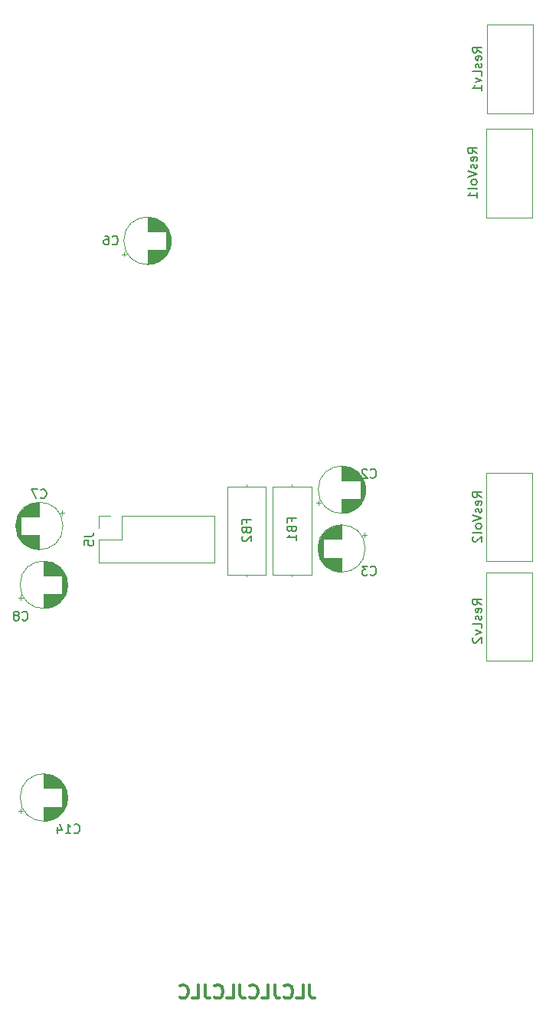
<source format=gbo>
G04 #@! TF.GenerationSoftware,KiCad,Pcbnew,(6.0.0)*
G04 #@! TF.CreationDate,2022-04-04T19:52:15+01:00*
G04 #@! TF.ProjectId,MS20-VCF,4d533230-2d56-4434-962e-6b696361645f,rev?*
G04 #@! TF.SameCoordinates,Original*
G04 #@! TF.FileFunction,Legend,Bot*
G04 #@! TF.FilePolarity,Positive*
%FSLAX46Y46*%
G04 Gerber Fmt 4.6, Leading zero omitted, Abs format (unit mm)*
G04 Created by KiCad (PCBNEW (6.0.0)) date 2022-04-04 19:52:15*
%MOMM*%
%LPD*%
G01*
G04 APERTURE LIST*
%ADD10C,0.300000*%
%ADD11C,0.150000*%
%ADD12C,0.120000*%
%ADD13C,1.600000*%
%ADD14R,1.600000X1.600000*%
%ADD15O,1.600000X1.600000*%
%ADD16R,1.700000X1.700000*%
%ADD17O,1.700000X1.700000*%
%ADD18R,1.500000X1.050000*%
%ADD19O,1.500000X1.050000*%
%ADD20C,2.000000*%
%ADD21O,2.000000X2.000000*%
%ADD22C,1.440000*%
G04 APERTURE END LIST*
D10*
X63928571Y-143678571D02*
X63928571Y-144750000D01*
X64000000Y-144964285D01*
X64142857Y-145107142D01*
X64357142Y-145178571D01*
X64500000Y-145178571D01*
X62500000Y-145178571D02*
X63214285Y-145178571D01*
X63214285Y-143678571D01*
X61142857Y-145035714D02*
X61214285Y-145107142D01*
X61428571Y-145178571D01*
X61571428Y-145178571D01*
X61785714Y-145107142D01*
X61928571Y-144964285D01*
X62000000Y-144821428D01*
X62071428Y-144535714D01*
X62071428Y-144321428D01*
X62000000Y-144035714D01*
X61928571Y-143892857D01*
X61785714Y-143750000D01*
X61571428Y-143678571D01*
X61428571Y-143678571D01*
X61214285Y-143750000D01*
X61142857Y-143821428D01*
X60071428Y-143678571D02*
X60071428Y-144750000D01*
X60142857Y-144964285D01*
X60285714Y-145107142D01*
X60500000Y-145178571D01*
X60642857Y-145178571D01*
X58642857Y-145178571D02*
X59357142Y-145178571D01*
X59357142Y-143678571D01*
X57285714Y-145035714D02*
X57357142Y-145107142D01*
X57571428Y-145178571D01*
X57714285Y-145178571D01*
X57928571Y-145107142D01*
X58071428Y-144964285D01*
X58142857Y-144821428D01*
X58214285Y-144535714D01*
X58214285Y-144321428D01*
X58142857Y-144035714D01*
X58071428Y-143892857D01*
X57928571Y-143750000D01*
X57714285Y-143678571D01*
X57571428Y-143678571D01*
X57357142Y-143750000D01*
X57285714Y-143821428D01*
X56214285Y-143678571D02*
X56214285Y-144750000D01*
X56285714Y-144964285D01*
X56428571Y-145107142D01*
X56642857Y-145178571D01*
X56785714Y-145178571D01*
X54785714Y-145178571D02*
X55499999Y-145178571D01*
X55499999Y-143678571D01*
X53428571Y-145035714D02*
X53499999Y-145107142D01*
X53714285Y-145178571D01*
X53857142Y-145178571D01*
X54071428Y-145107142D01*
X54214285Y-144964285D01*
X54285714Y-144821428D01*
X54357142Y-144535714D01*
X54357142Y-144321428D01*
X54285714Y-144035714D01*
X54214285Y-143892857D01*
X54071428Y-143750000D01*
X53857142Y-143678571D01*
X53714285Y-143678571D01*
X53499999Y-143750000D01*
X53428571Y-143821428D01*
X52357142Y-143678571D02*
X52357142Y-144750000D01*
X52428571Y-144964285D01*
X52571428Y-145107142D01*
X52785714Y-145178571D01*
X52928571Y-145178571D01*
X50928571Y-145178571D02*
X51642857Y-145178571D01*
X51642857Y-143678571D01*
X49571428Y-145035714D02*
X49642857Y-145107142D01*
X49857142Y-145178571D01*
X49999999Y-145178571D01*
X50214285Y-145107142D01*
X50357142Y-144964285D01*
X50428571Y-144821428D01*
X50499999Y-144535714D01*
X50499999Y-144321428D01*
X50428571Y-144035714D01*
X50357142Y-143892857D01*
X50214285Y-143750000D01*
X49999999Y-143678571D01*
X49857142Y-143678571D01*
X49642857Y-143750000D01*
X49571428Y-143821428D01*
D11*
X70666666Y-87607142D02*
X70714285Y-87654761D01*
X70857142Y-87702380D01*
X70952380Y-87702380D01*
X71095238Y-87654761D01*
X71190476Y-87559523D01*
X71238095Y-87464285D01*
X71285714Y-87273809D01*
X71285714Y-87130952D01*
X71238095Y-86940476D01*
X71190476Y-86845238D01*
X71095238Y-86750000D01*
X70952380Y-86702380D01*
X70857142Y-86702380D01*
X70714285Y-86750000D01*
X70666666Y-86797619D01*
X70285714Y-86797619D02*
X70238095Y-86750000D01*
X70142857Y-86702380D01*
X69904761Y-86702380D01*
X69809523Y-86750000D01*
X69761904Y-86797619D01*
X69714285Y-86892857D01*
X69714285Y-86988095D01*
X69761904Y-87130952D01*
X70333333Y-87702380D01*
X69714285Y-87702380D01*
X70666666Y-98357142D02*
X70714285Y-98404761D01*
X70857142Y-98452380D01*
X70952380Y-98452380D01*
X71095238Y-98404761D01*
X71190476Y-98309523D01*
X71238095Y-98214285D01*
X71285714Y-98023809D01*
X71285714Y-97880952D01*
X71238095Y-97690476D01*
X71190476Y-97595238D01*
X71095238Y-97500000D01*
X70952380Y-97452380D01*
X70857142Y-97452380D01*
X70714285Y-97500000D01*
X70666666Y-97547619D01*
X70333333Y-97452380D02*
X69714285Y-97452380D01*
X70047619Y-97833333D01*
X69904761Y-97833333D01*
X69809523Y-97880952D01*
X69761904Y-97928571D01*
X69714285Y-98023809D01*
X69714285Y-98261904D01*
X69761904Y-98357142D01*
X69809523Y-98404761D01*
X69904761Y-98452380D01*
X70190476Y-98452380D01*
X70285714Y-98404761D01*
X70333333Y-98357142D01*
X42121778Y-61857142D02*
X42169397Y-61904761D01*
X42312254Y-61952380D01*
X42407492Y-61952380D01*
X42550350Y-61904761D01*
X42645588Y-61809523D01*
X42693207Y-61714285D01*
X42740826Y-61523809D01*
X42740826Y-61380952D01*
X42693207Y-61190476D01*
X42645588Y-61095238D01*
X42550350Y-61000000D01*
X42407492Y-60952380D01*
X42312254Y-60952380D01*
X42169397Y-61000000D01*
X42121778Y-61047619D01*
X41264635Y-60952380D02*
X41455112Y-60952380D01*
X41550350Y-61000000D01*
X41597969Y-61047619D01*
X41693207Y-61190476D01*
X41740826Y-61380952D01*
X41740826Y-61761904D01*
X41693207Y-61857142D01*
X41645588Y-61904761D01*
X41550350Y-61952380D01*
X41359873Y-61952380D01*
X41264635Y-61904761D01*
X41217016Y-61857142D01*
X41169397Y-61761904D01*
X41169397Y-61523809D01*
X41217016Y-61428571D01*
X41264635Y-61380952D01*
X41359873Y-61333333D01*
X41550350Y-61333333D01*
X41645588Y-61380952D01*
X41693207Y-61428571D01*
X41740826Y-61523809D01*
X56928571Y-92666666D02*
X56928571Y-92333333D01*
X57452380Y-92333333D02*
X56452380Y-92333333D01*
X56452380Y-92809523D01*
X56928571Y-93523809D02*
X56976190Y-93666666D01*
X57023809Y-93714285D01*
X57119047Y-93761904D01*
X57261904Y-93761904D01*
X57357142Y-93714285D01*
X57404761Y-93666666D01*
X57452380Y-93571428D01*
X57452380Y-93190476D01*
X56452380Y-93190476D01*
X56452380Y-93523809D01*
X56500000Y-93619047D01*
X56547619Y-93666666D01*
X56642857Y-93714285D01*
X56738095Y-93714285D01*
X56833333Y-93666666D01*
X56880952Y-93619047D01*
X56928571Y-93523809D01*
X56928571Y-93190476D01*
X56547619Y-94142857D02*
X56500000Y-94190476D01*
X56452380Y-94285714D01*
X56452380Y-94523809D01*
X56500000Y-94619047D01*
X56547619Y-94666666D01*
X56642857Y-94714285D01*
X56738095Y-94714285D01*
X56880952Y-94666666D01*
X57452380Y-94095238D01*
X57452380Y-94714285D01*
X39047380Y-94161666D02*
X39761666Y-94161666D01*
X39904523Y-94114047D01*
X39999761Y-94018809D01*
X40047380Y-93875952D01*
X40047380Y-93780714D01*
X39047380Y-95114047D02*
X39047380Y-94637857D01*
X39523571Y-94590238D01*
X39475952Y-94637857D01*
X39428333Y-94733095D01*
X39428333Y-94971190D01*
X39475952Y-95066428D01*
X39523571Y-95114047D01*
X39618809Y-95161666D01*
X39856904Y-95161666D01*
X39952142Y-95114047D01*
X39999761Y-95066428D01*
X40047380Y-94971190D01*
X40047380Y-94733095D01*
X39999761Y-94637857D01*
X39952142Y-94590238D01*
X82952380Y-40714285D02*
X82476190Y-40380952D01*
X82952380Y-40142857D02*
X81952380Y-40142857D01*
X81952380Y-40523809D01*
X82000000Y-40619047D01*
X82047619Y-40666666D01*
X82142857Y-40714285D01*
X82285714Y-40714285D01*
X82380952Y-40666666D01*
X82428571Y-40619047D01*
X82476190Y-40523809D01*
X82476190Y-40142857D01*
X82904761Y-41523809D02*
X82952380Y-41428571D01*
X82952380Y-41238095D01*
X82904761Y-41142857D01*
X82809523Y-41095238D01*
X82428571Y-41095238D01*
X82333333Y-41142857D01*
X82285714Y-41238095D01*
X82285714Y-41428571D01*
X82333333Y-41523809D01*
X82428571Y-41571428D01*
X82523809Y-41571428D01*
X82619047Y-41095238D01*
X82904761Y-41952380D02*
X82952380Y-42047619D01*
X82952380Y-42238095D01*
X82904761Y-42333333D01*
X82809523Y-42380952D01*
X82761904Y-42380952D01*
X82666666Y-42333333D01*
X82619047Y-42238095D01*
X82619047Y-42095238D01*
X82571428Y-42000000D01*
X82476190Y-41952380D01*
X82428571Y-41952380D01*
X82333333Y-42000000D01*
X82285714Y-42095238D01*
X82285714Y-42238095D01*
X82333333Y-42333333D01*
X82952380Y-43285714D02*
X82952380Y-42809523D01*
X81952380Y-42809523D01*
X82285714Y-43523809D02*
X82952380Y-43761904D01*
X82285714Y-44000000D01*
X82952380Y-44904761D02*
X82952380Y-44333333D01*
X82952380Y-44619047D02*
X81952380Y-44619047D01*
X82095238Y-44523809D01*
X82190476Y-44428571D01*
X82238095Y-44333333D01*
X82452380Y-51857142D02*
X81976190Y-51523809D01*
X82452380Y-51285714D02*
X81452380Y-51285714D01*
X81452380Y-51666666D01*
X81500000Y-51761904D01*
X81547619Y-51809523D01*
X81642857Y-51857142D01*
X81785714Y-51857142D01*
X81880952Y-51809523D01*
X81928571Y-51761904D01*
X81976190Y-51666666D01*
X81976190Y-51285714D01*
X82404761Y-52666666D02*
X82452380Y-52571428D01*
X82452380Y-52380952D01*
X82404761Y-52285714D01*
X82309523Y-52238095D01*
X81928571Y-52238095D01*
X81833333Y-52285714D01*
X81785714Y-52380952D01*
X81785714Y-52571428D01*
X81833333Y-52666666D01*
X81928571Y-52714285D01*
X82023809Y-52714285D01*
X82119047Y-52238095D01*
X82404761Y-53095238D02*
X82452380Y-53190476D01*
X82452380Y-53380952D01*
X82404761Y-53476190D01*
X82309523Y-53523809D01*
X82261904Y-53523809D01*
X82166666Y-53476190D01*
X82119047Y-53380952D01*
X82119047Y-53238095D01*
X82071428Y-53142857D01*
X81976190Y-53095238D01*
X81928571Y-53095238D01*
X81833333Y-53142857D01*
X81785714Y-53238095D01*
X81785714Y-53380952D01*
X81833333Y-53476190D01*
X81452380Y-53809523D02*
X82452380Y-54142857D01*
X81452380Y-54476190D01*
X82452380Y-54952380D02*
X82404761Y-54857142D01*
X82357142Y-54809523D01*
X82261904Y-54761904D01*
X81976190Y-54761904D01*
X81880952Y-54809523D01*
X81833333Y-54857142D01*
X81785714Y-54952380D01*
X81785714Y-55095238D01*
X81833333Y-55190476D01*
X81880952Y-55238095D01*
X81976190Y-55285714D01*
X82261904Y-55285714D01*
X82357142Y-55238095D01*
X82404761Y-55190476D01*
X82452380Y-55095238D01*
X82452380Y-54952380D01*
X82452380Y-55857142D02*
X82404761Y-55761904D01*
X82309523Y-55714285D01*
X81452380Y-55714285D01*
X82452380Y-56761904D02*
X82452380Y-56190476D01*
X82452380Y-56476190D02*
X81452380Y-56476190D01*
X81595238Y-56380952D01*
X81690476Y-56285714D01*
X81738095Y-56190476D01*
X37892857Y-126857142D02*
X37940476Y-126904761D01*
X38083333Y-126952380D01*
X38178571Y-126952380D01*
X38321428Y-126904761D01*
X38416666Y-126809523D01*
X38464285Y-126714285D01*
X38511904Y-126523809D01*
X38511904Y-126380952D01*
X38464285Y-126190476D01*
X38416666Y-126095238D01*
X38321428Y-126000000D01*
X38178571Y-125952380D01*
X38083333Y-125952380D01*
X37940476Y-126000000D01*
X37892857Y-126047619D01*
X36940476Y-126952380D02*
X37511904Y-126952380D01*
X37226190Y-126952380D02*
X37226190Y-125952380D01*
X37321428Y-126095238D01*
X37416666Y-126190476D01*
X37511904Y-126238095D01*
X36083333Y-126285714D02*
X36083333Y-126952380D01*
X36321428Y-125904761D02*
X36559523Y-126619047D01*
X35940476Y-126619047D01*
X61928571Y-92516666D02*
X61928571Y-92183333D01*
X62452380Y-92183333D02*
X61452380Y-92183333D01*
X61452380Y-92659523D01*
X61928571Y-93373809D02*
X61976190Y-93516666D01*
X62023809Y-93564285D01*
X62119047Y-93611904D01*
X62261904Y-93611904D01*
X62357142Y-93564285D01*
X62404761Y-93516666D01*
X62452380Y-93421428D01*
X62452380Y-93040476D01*
X61452380Y-93040476D01*
X61452380Y-93373809D01*
X61500000Y-93469047D01*
X61547619Y-93516666D01*
X61642857Y-93564285D01*
X61738095Y-93564285D01*
X61833333Y-93516666D01*
X61880952Y-93469047D01*
X61928571Y-93373809D01*
X61928571Y-93040476D01*
X62452380Y-94564285D02*
X62452380Y-93992857D01*
X62452380Y-94278571D02*
X61452380Y-94278571D01*
X61595238Y-94183333D01*
X61690476Y-94088095D01*
X61738095Y-93992857D01*
X82952380Y-101714285D02*
X82476190Y-101380952D01*
X82952380Y-101142857D02*
X81952380Y-101142857D01*
X81952380Y-101523809D01*
X82000000Y-101619047D01*
X82047619Y-101666666D01*
X82142857Y-101714285D01*
X82285714Y-101714285D01*
X82380952Y-101666666D01*
X82428571Y-101619047D01*
X82476190Y-101523809D01*
X82476190Y-101142857D01*
X82904761Y-102523809D02*
X82952380Y-102428571D01*
X82952380Y-102238095D01*
X82904761Y-102142857D01*
X82809523Y-102095238D01*
X82428571Y-102095238D01*
X82333333Y-102142857D01*
X82285714Y-102238095D01*
X82285714Y-102428571D01*
X82333333Y-102523809D01*
X82428571Y-102571428D01*
X82523809Y-102571428D01*
X82619047Y-102095238D01*
X82904761Y-102952380D02*
X82952380Y-103047619D01*
X82952380Y-103238095D01*
X82904761Y-103333333D01*
X82809523Y-103380952D01*
X82761904Y-103380952D01*
X82666666Y-103333333D01*
X82619047Y-103238095D01*
X82619047Y-103095238D01*
X82571428Y-103000000D01*
X82476190Y-102952380D01*
X82428571Y-102952380D01*
X82333333Y-103000000D01*
X82285714Y-103095238D01*
X82285714Y-103238095D01*
X82333333Y-103333333D01*
X82952380Y-104285714D02*
X82952380Y-103809523D01*
X81952380Y-103809523D01*
X82285714Y-104523809D02*
X82952380Y-104761904D01*
X82285714Y-105000000D01*
X82047619Y-105333333D02*
X82000000Y-105380952D01*
X81952380Y-105476190D01*
X81952380Y-105714285D01*
X82000000Y-105809523D01*
X82047619Y-105857142D01*
X82142857Y-105904761D01*
X82238095Y-105904761D01*
X82380952Y-105857142D01*
X82952380Y-105285714D01*
X82952380Y-105904761D01*
X82952380Y-89857142D02*
X82476190Y-89523809D01*
X82952380Y-89285714D02*
X81952380Y-89285714D01*
X81952380Y-89666666D01*
X82000000Y-89761904D01*
X82047619Y-89809523D01*
X82142857Y-89857142D01*
X82285714Y-89857142D01*
X82380952Y-89809523D01*
X82428571Y-89761904D01*
X82476190Y-89666666D01*
X82476190Y-89285714D01*
X82904761Y-90666666D02*
X82952380Y-90571428D01*
X82952380Y-90380952D01*
X82904761Y-90285714D01*
X82809523Y-90238095D01*
X82428571Y-90238095D01*
X82333333Y-90285714D01*
X82285714Y-90380952D01*
X82285714Y-90571428D01*
X82333333Y-90666666D01*
X82428571Y-90714285D01*
X82523809Y-90714285D01*
X82619047Y-90238095D01*
X82904761Y-91095238D02*
X82952380Y-91190476D01*
X82952380Y-91380952D01*
X82904761Y-91476190D01*
X82809523Y-91523809D01*
X82761904Y-91523809D01*
X82666666Y-91476190D01*
X82619047Y-91380952D01*
X82619047Y-91238095D01*
X82571428Y-91142857D01*
X82476190Y-91095238D01*
X82428571Y-91095238D01*
X82333333Y-91142857D01*
X82285714Y-91238095D01*
X82285714Y-91380952D01*
X82333333Y-91476190D01*
X81952380Y-91809523D02*
X82952380Y-92142857D01*
X81952380Y-92476190D01*
X82952380Y-92952380D02*
X82904761Y-92857142D01*
X82857142Y-92809523D01*
X82761904Y-92761904D01*
X82476190Y-92761904D01*
X82380952Y-92809523D01*
X82333333Y-92857142D01*
X82285714Y-92952380D01*
X82285714Y-93095238D01*
X82333333Y-93190476D01*
X82380952Y-93238095D01*
X82476190Y-93285714D01*
X82761904Y-93285714D01*
X82857142Y-93238095D01*
X82904761Y-93190476D01*
X82952380Y-93095238D01*
X82952380Y-92952380D01*
X82952380Y-93857142D02*
X82904761Y-93761904D01*
X82809523Y-93714285D01*
X81952380Y-93714285D01*
X82047619Y-94190476D02*
X82000000Y-94238095D01*
X81952380Y-94333333D01*
X81952380Y-94571428D01*
X82000000Y-94666666D01*
X82047619Y-94714285D01*
X82142857Y-94761904D01*
X82238095Y-94761904D01*
X82380952Y-94714285D01*
X82952380Y-94142857D01*
X82952380Y-94761904D01*
X32166666Y-103357142D02*
X32214285Y-103404761D01*
X32357142Y-103452380D01*
X32452380Y-103452380D01*
X32595238Y-103404761D01*
X32690476Y-103309523D01*
X32738095Y-103214285D01*
X32785714Y-103023809D01*
X32785714Y-102880952D01*
X32738095Y-102690476D01*
X32690476Y-102595238D01*
X32595238Y-102500000D01*
X32452380Y-102452380D01*
X32357142Y-102452380D01*
X32214285Y-102500000D01*
X32166666Y-102547619D01*
X31595238Y-102880952D02*
X31690476Y-102833333D01*
X31738095Y-102785714D01*
X31785714Y-102690476D01*
X31785714Y-102642857D01*
X31738095Y-102547619D01*
X31690476Y-102500000D01*
X31595238Y-102452380D01*
X31404761Y-102452380D01*
X31309523Y-102500000D01*
X31261904Y-102547619D01*
X31214285Y-102642857D01*
X31214285Y-102690476D01*
X31261904Y-102785714D01*
X31309523Y-102833333D01*
X31404761Y-102880952D01*
X31595238Y-102880952D01*
X31690476Y-102928571D01*
X31738095Y-102976190D01*
X31785714Y-103071428D01*
X31785714Y-103261904D01*
X31738095Y-103357142D01*
X31690476Y-103404761D01*
X31595238Y-103452380D01*
X31404761Y-103452380D01*
X31309523Y-103404761D01*
X31261904Y-103357142D01*
X31214285Y-103261904D01*
X31214285Y-103071428D01*
X31261904Y-102976190D01*
X31309523Y-102928571D01*
X31404761Y-102880952D01*
X34211554Y-89857142D02*
X34259173Y-89904761D01*
X34402030Y-89952380D01*
X34497268Y-89952380D01*
X34640126Y-89904761D01*
X34735364Y-89809523D01*
X34782983Y-89714285D01*
X34830602Y-89523809D01*
X34830602Y-89380952D01*
X34782983Y-89190476D01*
X34735364Y-89095238D01*
X34640126Y-89000000D01*
X34497268Y-88952380D01*
X34402030Y-88952380D01*
X34259173Y-89000000D01*
X34211554Y-89047619D01*
X33878221Y-88952380D02*
X33211554Y-88952380D01*
X33640126Y-89952380D01*
D12*
X68661000Y-91310000D02*
X68661000Y-90040000D01*
X68621000Y-91329000D02*
X68621000Y-90040000D01*
X67580000Y-87960000D02*
X67580000Y-86421000D01*
X68221000Y-87960000D02*
X68221000Y-86520000D01*
X70021000Y-89677000D02*
X70021000Y-88323000D01*
X69061000Y-91065000D02*
X69061000Y-90040000D01*
X69021000Y-91095000D02*
X69021000Y-90040000D01*
X68661000Y-87960000D02*
X68661000Y-86690000D01*
X68100000Y-87960000D02*
X68100000Y-86489000D01*
X69981000Y-89805000D02*
X69981000Y-88195000D01*
X69861000Y-90098000D02*
X69861000Y-87902000D01*
X69941000Y-89915000D02*
X69941000Y-88085000D01*
X67820000Y-87960000D02*
X67820000Y-86439000D01*
X67500000Y-91580000D02*
X67500000Y-90040000D01*
X69341000Y-90826000D02*
X69341000Y-90040000D01*
X69101000Y-87960000D02*
X69101000Y-86965000D01*
X64945225Y-90725000D02*
X64945225Y-90225000D01*
X68381000Y-91428000D02*
X68381000Y-90040000D01*
X68941000Y-87960000D02*
X68941000Y-86851000D01*
X67620000Y-91578000D02*
X67620000Y-90040000D01*
X67740000Y-87960000D02*
X67740000Y-86431000D01*
X69701000Y-90383000D02*
X69701000Y-87617000D01*
X68461000Y-87960000D02*
X68461000Y-86602000D01*
X68741000Y-87960000D02*
X68741000Y-86732000D01*
X68901000Y-91175000D02*
X68901000Y-90040000D01*
X68100000Y-91511000D02*
X68100000Y-90040000D01*
X67820000Y-91561000D02*
X67820000Y-90040000D01*
X68020000Y-91528000D02*
X68020000Y-90040000D01*
X68301000Y-87960000D02*
X68301000Y-86545000D01*
X68501000Y-91382000D02*
X68501000Y-90040000D01*
X68541000Y-91365000D02*
X68541000Y-90040000D01*
X68701000Y-91290000D02*
X68701000Y-90040000D01*
X68140000Y-91501000D02*
X68140000Y-90040000D01*
X68621000Y-87960000D02*
X68621000Y-86671000D01*
X69501000Y-90653000D02*
X69501000Y-90040000D01*
X68341000Y-91442000D02*
X68341000Y-90040000D01*
X69461000Y-90699000D02*
X69461000Y-90040000D01*
X68981000Y-87960000D02*
X68981000Y-86878000D01*
X68301000Y-91455000D02*
X68301000Y-90040000D01*
X67700000Y-87960000D02*
X67700000Y-86427000D01*
X69101000Y-91035000D02*
X69101000Y-90040000D01*
X69261000Y-87960000D02*
X69261000Y-87099000D01*
X69461000Y-87960000D02*
X69461000Y-87301000D01*
X68861000Y-87960000D02*
X68861000Y-86800000D01*
X67940000Y-87960000D02*
X67940000Y-86457000D01*
X67580000Y-91579000D02*
X67580000Y-90040000D01*
X67620000Y-87960000D02*
X67620000Y-86422000D01*
X68581000Y-87960000D02*
X68581000Y-86652000D01*
X67740000Y-91569000D02*
X67740000Y-90040000D01*
X68461000Y-91398000D02*
X68461000Y-90040000D01*
X69741000Y-90319000D02*
X69741000Y-87681000D01*
X68541000Y-87960000D02*
X68541000Y-86635000D01*
X69421000Y-90743000D02*
X69421000Y-90040000D01*
X68060000Y-91520000D02*
X68060000Y-90040000D01*
X69021000Y-87960000D02*
X69021000Y-86905000D01*
X69141000Y-91004000D02*
X69141000Y-90040000D01*
X64695225Y-90475000D02*
X65195225Y-90475000D01*
X67780000Y-87960000D02*
X67780000Y-86435000D01*
X67660000Y-87960000D02*
X67660000Y-86424000D01*
X67860000Y-91556000D02*
X67860000Y-90040000D01*
X68381000Y-87960000D02*
X68381000Y-86572000D01*
X69181000Y-87960000D02*
X69181000Y-87029000D01*
X67940000Y-91543000D02*
X67940000Y-90040000D01*
X69181000Y-90971000D02*
X69181000Y-90040000D01*
X68501000Y-87960000D02*
X68501000Y-86618000D01*
X67540000Y-91580000D02*
X67540000Y-90040000D01*
X69341000Y-87960000D02*
X69341000Y-87174000D01*
X68180000Y-91491000D02*
X68180000Y-90040000D01*
X67780000Y-91565000D02*
X67780000Y-90040000D01*
X68981000Y-91122000D02*
X68981000Y-90040000D01*
X68861000Y-91200000D02*
X68861000Y-90040000D01*
X70061000Y-89518000D02*
X70061000Y-88482000D01*
X68140000Y-87960000D02*
X68140000Y-86499000D01*
X68261000Y-87960000D02*
X68261000Y-86532000D01*
X68421000Y-91414000D02*
X68421000Y-90040000D01*
X67980000Y-87960000D02*
X67980000Y-86464000D01*
X67900000Y-87960000D02*
X67900000Y-86450000D01*
X68901000Y-87960000D02*
X68901000Y-86825000D01*
X70101000Y-89284000D02*
X70101000Y-88716000D01*
X68821000Y-91224000D02*
X68821000Y-90040000D01*
X67980000Y-91536000D02*
X67980000Y-90040000D01*
X69821000Y-90178000D02*
X69821000Y-87822000D01*
X69381000Y-87960000D02*
X69381000Y-87215000D01*
X68421000Y-87960000D02*
X68421000Y-86586000D01*
X69261000Y-90901000D02*
X69261000Y-90040000D01*
X68020000Y-87960000D02*
X68020000Y-86472000D01*
X68821000Y-87960000D02*
X68821000Y-86776000D01*
X69141000Y-87960000D02*
X69141000Y-86996000D01*
X68261000Y-91468000D02*
X68261000Y-90040000D01*
X69541000Y-90605000D02*
X69541000Y-87395000D01*
X67900000Y-91550000D02*
X67900000Y-90040000D01*
X68180000Y-87960000D02*
X68180000Y-86509000D01*
X68781000Y-87960000D02*
X68781000Y-86753000D01*
X68221000Y-91480000D02*
X68221000Y-90040000D01*
X69661000Y-90443000D02*
X69661000Y-87557000D01*
X69301000Y-90864000D02*
X69301000Y-90040000D01*
X69221000Y-87960000D02*
X69221000Y-87063000D01*
X68060000Y-87960000D02*
X68060000Y-86480000D01*
X68781000Y-91247000D02*
X68781000Y-90040000D01*
X69781000Y-90251000D02*
X69781000Y-87749000D01*
X67540000Y-87960000D02*
X67540000Y-86420000D01*
X69421000Y-87960000D02*
X69421000Y-87257000D01*
X69381000Y-90785000D02*
X69381000Y-90040000D01*
X69301000Y-87960000D02*
X69301000Y-87136000D01*
X68741000Y-91268000D02*
X68741000Y-90040000D01*
X68341000Y-87960000D02*
X68341000Y-86558000D01*
X69501000Y-87960000D02*
X69501000Y-87347000D01*
X69621000Y-90500000D02*
X69621000Y-87500000D01*
X69901000Y-90011000D02*
X69901000Y-87989000D01*
X67500000Y-87960000D02*
X67500000Y-86420000D01*
X69061000Y-87960000D02*
X69061000Y-86935000D01*
X69221000Y-90937000D02*
X69221000Y-90040000D01*
X67660000Y-91576000D02*
X67660000Y-90040000D01*
X68701000Y-87960000D02*
X68701000Y-86710000D01*
X67860000Y-87960000D02*
X67860000Y-86444000D01*
X68941000Y-91149000D02*
X68941000Y-90040000D01*
X68581000Y-91348000D02*
X68581000Y-90040000D01*
X67700000Y-91573000D02*
X67700000Y-90040000D01*
X69581000Y-90554000D02*
X69581000Y-87446000D01*
X70120000Y-89000000D02*
G75*
G03*
X70120000Y-89000000I-2620000J0D01*
G01*
X65414113Y-93895000D02*
X65414113Y-97105000D01*
X64934113Y-94823000D02*
X64934113Y-96177000D01*
X65534113Y-96540000D02*
X65534113Y-97243000D01*
X65534113Y-93757000D02*
X65534113Y-94460000D01*
X66815113Y-92999000D02*
X66815113Y-94460000D01*
X66855113Y-92989000D02*
X66855113Y-94460000D01*
X65494113Y-93801000D02*
X65494113Y-94460000D01*
X66614113Y-93058000D02*
X66614113Y-94460000D01*
X66694113Y-96540000D02*
X66694113Y-97968000D01*
X67215113Y-92931000D02*
X67215113Y-94460000D01*
X65014113Y-94585000D02*
X65014113Y-96415000D01*
X66935113Y-92972000D02*
X66935113Y-94460000D01*
X65574113Y-96540000D02*
X65574113Y-97285000D01*
X66574113Y-93072000D02*
X66574113Y-94460000D01*
X67255113Y-92927000D02*
X67255113Y-94460000D01*
X67295113Y-92924000D02*
X67295113Y-94460000D01*
X67455113Y-92920000D02*
X67455113Y-94460000D01*
X66775113Y-93009000D02*
X66775113Y-94460000D01*
X64974113Y-94695000D02*
X64974113Y-96305000D01*
X66254113Y-93210000D02*
X66254113Y-94460000D01*
X66414113Y-96540000D02*
X66414113Y-97865000D01*
X67095113Y-92944000D02*
X67095113Y-94460000D01*
X67215113Y-96540000D02*
X67215113Y-98069000D01*
X66374113Y-96540000D02*
X66374113Y-97848000D01*
X66534113Y-93086000D02*
X66534113Y-94460000D01*
X67135113Y-92939000D02*
X67135113Y-94460000D01*
X65934113Y-96540000D02*
X65934113Y-97595000D01*
X66294113Y-93190000D02*
X66294113Y-94460000D01*
X66254113Y-96540000D02*
X66254113Y-97790000D01*
X66734113Y-96540000D02*
X66734113Y-97980000D01*
X66054113Y-93325000D02*
X66054113Y-94460000D01*
X66414113Y-93135000D02*
X66414113Y-94460000D01*
X66334113Y-96540000D02*
X66334113Y-97829000D01*
X65854113Y-96540000D02*
X65854113Y-97535000D01*
X64894113Y-94982000D02*
X64894113Y-96018000D01*
X65974113Y-96540000D02*
X65974113Y-97622000D01*
X65174113Y-94249000D02*
X65174113Y-96751000D01*
X65854113Y-93465000D02*
X65854113Y-94460000D01*
X66654113Y-96540000D02*
X66654113Y-97955000D01*
X66374113Y-93152000D02*
X66374113Y-94460000D01*
X66815113Y-96540000D02*
X66815113Y-98001000D01*
X66935113Y-96540000D02*
X66935113Y-98028000D01*
X67415113Y-96540000D02*
X67415113Y-98080000D01*
X66294113Y-96540000D02*
X66294113Y-97810000D01*
X66094113Y-96540000D02*
X66094113Y-97700000D01*
X67335113Y-96540000D02*
X67335113Y-98078000D01*
X67175113Y-92935000D02*
X67175113Y-94460000D01*
X66174113Y-93253000D02*
X66174113Y-94460000D01*
X66014113Y-93351000D02*
X66014113Y-94460000D01*
X67095113Y-96540000D02*
X67095113Y-98056000D01*
X66975113Y-92964000D02*
X66975113Y-94460000D01*
X66654113Y-93045000D02*
X66654113Y-94460000D01*
X65094113Y-94402000D02*
X65094113Y-96598000D01*
X65334113Y-94000000D02*
X65334113Y-97000000D01*
X65574113Y-93715000D02*
X65574113Y-94460000D01*
X67135113Y-96540000D02*
X67135113Y-98061000D01*
X65694113Y-93599000D02*
X65694113Y-94460000D01*
X65214113Y-94181000D02*
X65214113Y-96819000D01*
X66134113Y-96540000D02*
X66134113Y-97724000D01*
X66454113Y-93118000D02*
X66454113Y-94460000D01*
X67055113Y-92950000D02*
X67055113Y-94460000D01*
X67255113Y-96540000D02*
X67255113Y-98073000D01*
X66334113Y-93171000D02*
X66334113Y-94460000D01*
X66454113Y-96540000D02*
X66454113Y-97882000D01*
X65254113Y-94117000D02*
X65254113Y-96883000D01*
X67295113Y-96540000D02*
X67295113Y-98076000D01*
X67455113Y-96540000D02*
X67455113Y-98080000D01*
X66494113Y-93102000D02*
X66494113Y-94460000D01*
X66734113Y-93020000D02*
X66734113Y-94460000D01*
X66494113Y-96540000D02*
X66494113Y-97898000D01*
X66694113Y-93032000D02*
X66694113Y-94460000D01*
X65774113Y-93529000D02*
X65774113Y-94460000D01*
X66214113Y-96540000D02*
X66214113Y-97768000D01*
X67055113Y-96540000D02*
X67055113Y-98050000D01*
X65894113Y-96540000D02*
X65894113Y-97565000D01*
X65814113Y-96540000D02*
X65814113Y-97504000D01*
X70259888Y-94025000D02*
X69759888Y-94025000D01*
X65294113Y-94057000D02*
X65294113Y-96943000D01*
X67375113Y-96540000D02*
X67375113Y-98079000D01*
X64854113Y-95216000D02*
X64854113Y-95784000D01*
X65654113Y-96540000D02*
X65654113Y-97364000D01*
X66014113Y-96540000D02*
X66014113Y-97649000D01*
X65494113Y-96540000D02*
X65494113Y-97199000D01*
X66855113Y-96540000D02*
X66855113Y-98011000D01*
X65734113Y-96540000D02*
X65734113Y-97437000D01*
X65454113Y-96540000D02*
X65454113Y-97153000D01*
X65814113Y-93496000D02*
X65814113Y-94460000D01*
X65134113Y-94322000D02*
X65134113Y-96678000D01*
X67415113Y-92920000D02*
X67415113Y-94460000D01*
X65614113Y-93674000D02*
X65614113Y-94460000D01*
X65374113Y-93946000D02*
X65374113Y-97054000D01*
X65654113Y-93636000D02*
X65654113Y-94460000D01*
X65454113Y-93847000D02*
X65454113Y-94460000D01*
X65054113Y-94489000D02*
X65054113Y-96511000D01*
X67015113Y-92957000D02*
X67015113Y-94460000D01*
X66614113Y-96540000D02*
X66614113Y-97942000D01*
X66574113Y-96540000D02*
X66574113Y-97928000D01*
X67015113Y-96540000D02*
X67015113Y-98043000D01*
X70009888Y-93775000D02*
X70009888Y-94275000D01*
X66174113Y-96540000D02*
X66174113Y-97747000D01*
X67175113Y-96540000D02*
X67175113Y-98065000D01*
X65894113Y-93435000D02*
X65894113Y-94460000D01*
X66895113Y-92980000D02*
X66895113Y-94460000D01*
X67335113Y-92922000D02*
X67335113Y-94460000D01*
X66775113Y-96540000D02*
X66775113Y-97991000D01*
X66054113Y-96540000D02*
X66054113Y-97675000D01*
X66975113Y-96540000D02*
X66975113Y-98036000D01*
X67375113Y-92921000D02*
X67375113Y-94460000D01*
X65614113Y-96540000D02*
X65614113Y-97326000D01*
X66895113Y-96540000D02*
X66895113Y-98020000D01*
X66214113Y-93232000D02*
X66214113Y-94460000D01*
X66094113Y-93300000D02*
X66094113Y-94460000D01*
X65974113Y-93378000D02*
X65974113Y-94460000D01*
X65734113Y-93563000D02*
X65734113Y-94460000D01*
X66134113Y-93276000D02*
X66134113Y-94460000D01*
X65694113Y-96540000D02*
X65694113Y-97401000D01*
X65774113Y-96540000D02*
X65774113Y-97471000D01*
X66534113Y-96540000D02*
X66534113Y-97914000D01*
X65934113Y-93405000D02*
X65934113Y-94460000D01*
X70075113Y-95500000D02*
G75*
G03*
X70075113Y-95500000I-2620000J0D01*
G01*
X46680000Y-63991000D02*
X46680000Y-62540000D01*
X47841000Y-60460000D02*
X47841000Y-59674000D01*
X46120000Y-64078000D02*
X46120000Y-62540000D01*
X46440000Y-60460000D02*
X46440000Y-58957000D01*
X46000000Y-60460000D02*
X46000000Y-58920000D01*
X48201000Y-62883000D02*
X48201000Y-60117000D01*
X43195225Y-62975000D02*
X43695225Y-62975000D01*
X48081000Y-63054000D02*
X48081000Y-59946000D01*
X47881000Y-60460000D02*
X47881000Y-59715000D01*
X47281000Y-63747000D02*
X47281000Y-62540000D01*
X47521000Y-63595000D02*
X47521000Y-62540000D01*
X47321000Y-60460000D02*
X47321000Y-59276000D01*
X46600000Y-64011000D02*
X46600000Y-62540000D01*
X43445225Y-63225000D02*
X43445225Y-62725000D01*
X48041000Y-63105000D02*
X48041000Y-59895000D01*
X47521000Y-60460000D02*
X47521000Y-59405000D01*
X47361000Y-63700000D02*
X47361000Y-62540000D01*
X46801000Y-63955000D02*
X46801000Y-62540000D01*
X47961000Y-63199000D02*
X47961000Y-62540000D01*
X46600000Y-60460000D02*
X46600000Y-58989000D01*
X47721000Y-63437000D02*
X47721000Y-62540000D01*
X47601000Y-60460000D02*
X47601000Y-59465000D01*
X47201000Y-63790000D02*
X47201000Y-62540000D01*
X48561000Y-62018000D02*
X48561000Y-60982000D01*
X47201000Y-60460000D02*
X47201000Y-59210000D01*
X47041000Y-63865000D02*
X47041000Y-62540000D01*
X47641000Y-60460000D02*
X47641000Y-59496000D01*
X48001000Y-63153000D02*
X48001000Y-62540000D01*
X46160000Y-60460000D02*
X46160000Y-58924000D01*
X46841000Y-60460000D02*
X46841000Y-59058000D01*
X47121000Y-63829000D02*
X47121000Y-62540000D01*
X47481000Y-60460000D02*
X47481000Y-59378000D01*
X47921000Y-63243000D02*
X47921000Y-62540000D01*
X46721000Y-63980000D02*
X46721000Y-62540000D01*
X46480000Y-60460000D02*
X46480000Y-58964000D01*
X46761000Y-60460000D02*
X46761000Y-59032000D01*
X47601000Y-63535000D02*
X47601000Y-62540000D01*
X48281000Y-62751000D02*
X48281000Y-60249000D01*
X46360000Y-60460000D02*
X46360000Y-58944000D01*
X46881000Y-63928000D02*
X46881000Y-62540000D01*
X46360000Y-64056000D02*
X46360000Y-62540000D01*
X46320000Y-64061000D02*
X46320000Y-62540000D01*
X47561000Y-60460000D02*
X47561000Y-59435000D01*
X47281000Y-60460000D02*
X47281000Y-59253000D01*
X46640000Y-64001000D02*
X46640000Y-62540000D01*
X46480000Y-64036000D02*
X46480000Y-62540000D01*
X46400000Y-60460000D02*
X46400000Y-58950000D01*
X47001000Y-63882000D02*
X47001000Y-62540000D01*
X48441000Y-62415000D02*
X48441000Y-60585000D01*
X46520000Y-60460000D02*
X46520000Y-58972000D01*
X47441000Y-63649000D02*
X47441000Y-62540000D01*
X46000000Y-64080000D02*
X46000000Y-62540000D01*
X47401000Y-60460000D02*
X47401000Y-59325000D01*
X48001000Y-60460000D02*
X48001000Y-59847000D01*
X46280000Y-64065000D02*
X46280000Y-62540000D01*
X46520000Y-64028000D02*
X46520000Y-62540000D01*
X46841000Y-63942000D02*
X46841000Y-62540000D01*
X47041000Y-60460000D02*
X47041000Y-59135000D01*
X46961000Y-60460000D02*
X46961000Y-59102000D01*
X46801000Y-60460000D02*
X46801000Y-59045000D01*
X46400000Y-64050000D02*
X46400000Y-62540000D01*
X46080000Y-64079000D02*
X46080000Y-62540000D01*
X46320000Y-60460000D02*
X46320000Y-58939000D01*
X48361000Y-62598000D02*
X48361000Y-60402000D01*
X48401000Y-62511000D02*
X48401000Y-60489000D01*
X47881000Y-63285000D02*
X47881000Y-62540000D01*
X47721000Y-60460000D02*
X47721000Y-59563000D01*
X47121000Y-60460000D02*
X47121000Y-59171000D01*
X47641000Y-63504000D02*
X47641000Y-62540000D01*
X46200000Y-60460000D02*
X46200000Y-58927000D01*
X47761000Y-63401000D02*
X47761000Y-62540000D01*
X47241000Y-60460000D02*
X47241000Y-59232000D01*
X46881000Y-60460000D02*
X46881000Y-59072000D01*
X47681000Y-60460000D02*
X47681000Y-59529000D01*
X47161000Y-63810000D02*
X47161000Y-62540000D01*
X47081000Y-60460000D02*
X47081000Y-59152000D01*
X46280000Y-60460000D02*
X46280000Y-58935000D01*
X46240000Y-60460000D02*
X46240000Y-58931000D01*
X47921000Y-60460000D02*
X47921000Y-59757000D01*
X46080000Y-60460000D02*
X46080000Y-58921000D01*
X46240000Y-64069000D02*
X46240000Y-62540000D01*
X46680000Y-60460000D02*
X46680000Y-59009000D01*
X47761000Y-60460000D02*
X47761000Y-59599000D01*
X48601000Y-61784000D02*
X48601000Y-61216000D01*
X46040000Y-60460000D02*
X46040000Y-58920000D01*
X46721000Y-60460000D02*
X46721000Y-59020000D01*
X47001000Y-60460000D02*
X47001000Y-59118000D01*
X48321000Y-62678000D02*
X48321000Y-60322000D01*
X46440000Y-64043000D02*
X46440000Y-62540000D01*
X47241000Y-63768000D02*
X47241000Y-62540000D01*
X47161000Y-60460000D02*
X47161000Y-59190000D01*
X46961000Y-63898000D02*
X46961000Y-62540000D01*
X47361000Y-60460000D02*
X47361000Y-59300000D01*
X48241000Y-62819000D02*
X48241000Y-60181000D01*
X47841000Y-63326000D02*
X47841000Y-62540000D01*
X48481000Y-62305000D02*
X48481000Y-60695000D01*
X46761000Y-63968000D02*
X46761000Y-62540000D01*
X46120000Y-60460000D02*
X46120000Y-58922000D01*
X47441000Y-60460000D02*
X47441000Y-59351000D01*
X47321000Y-63724000D02*
X47321000Y-62540000D01*
X48161000Y-62943000D02*
X48161000Y-60057000D01*
X47081000Y-63848000D02*
X47081000Y-62540000D01*
X47801000Y-63364000D02*
X47801000Y-62540000D01*
X47481000Y-63622000D02*
X47481000Y-62540000D01*
X47961000Y-60460000D02*
X47961000Y-59801000D01*
X46640000Y-60460000D02*
X46640000Y-58999000D01*
X46921000Y-63914000D02*
X46921000Y-62540000D01*
X46560000Y-60460000D02*
X46560000Y-58980000D01*
X46200000Y-64073000D02*
X46200000Y-62540000D01*
X46160000Y-64076000D02*
X46160000Y-62540000D01*
X48121000Y-63000000D02*
X48121000Y-60000000D01*
X46040000Y-64080000D02*
X46040000Y-62540000D01*
X47401000Y-63675000D02*
X47401000Y-62540000D01*
X46921000Y-60460000D02*
X46921000Y-59086000D01*
X47681000Y-63471000D02*
X47681000Y-62540000D01*
X47801000Y-60460000D02*
X47801000Y-59636000D01*
X46560000Y-64020000D02*
X46560000Y-62540000D01*
X48521000Y-62177000D02*
X48521000Y-60823000D01*
X47561000Y-63565000D02*
X47561000Y-62540000D01*
X48620000Y-61500000D02*
G75*
G03*
X48620000Y-61500000I-2620000J0D01*
G01*
X59120000Y-98370000D02*
X54880000Y-98370000D01*
X57000000Y-88390000D02*
X57000000Y-88630000D01*
X54880000Y-88630000D02*
X59120000Y-88630000D01*
X59120000Y-88630000D02*
X59120000Y-98370000D01*
X54880000Y-98370000D02*
X54880000Y-88630000D01*
X57000000Y-98610000D02*
X57000000Y-98370000D01*
X53415000Y-91895000D02*
X53415000Y-97095000D01*
X41925000Y-91895000D02*
X40595000Y-91895000D01*
X40595000Y-97095000D02*
X53415000Y-97095000D01*
X43195000Y-94495000D02*
X40595000Y-94495000D01*
X40595000Y-91895000D02*
X40595000Y-93225000D01*
X40595000Y-94495000D02*
X40595000Y-97095000D01*
X43195000Y-91895000D02*
X43195000Y-94495000D01*
X43195000Y-91895000D02*
X53415000Y-91895000D01*
X83545000Y-37655000D02*
X88615000Y-37655000D01*
X88615000Y-47425000D02*
X88615000Y-37655000D01*
X83545000Y-47425000D02*
X88615000Y-47425000D01*
X83545000Y-47425000D02*
X83545000Y-37655000D01*
X83465000Y-49155000D02*
X88535000Y-49155000D01*
X88535000Y-58925000D02*
X88535000Y-49155000D01*
X83465000Y-58925000D02*
X88535000Y-58925000D01*
X83465000Y-58925000D02*
X83465000Y-49155000D01*
X36745888Y-124383000D02*
X36745888Y-121617000D01*
X35224888Y-121960000D02*
X35224888Y-120509000D01*
X36505888Y-121960000D02*
X36505888Y-121301000D01*
X36105888Y-121960000D02*
X36105888Y-120935000D01*
X35785888Y-121960000D02*
X35785888Y-120732000D01*
X34664888Y-125578000D02*
X34664888Y-124040000D01*
X35305888Y-125468000D02*
X35305888Y-124040000D01*
X35785888Y-125268000D02*
X35785888Y-124040000D01*
X35585888Y-121960000D02*
X35585888Y-120635000D01*
X35184888Y-125501000D02*
X35184888Y-124040000D01*
X35465888Y-121960000D02*
X35465888Y-120586000D01*
X34824888Y-125565000D02*
X34824888Y-124040000D01*
X35465888Y-125414000D02*
X35465888Y-124040000D01*
X36825888Y-124251000D02*
X36825888Y-121749000D01*
X34544888Y-121960000D02*
X34544888Y-120420000D01*
X36265888Y-124937000D02*
X36265888Y-124040000D01*
X35905888Y-125200000D02*
X35905888Y-124040000D01*
X35625888Y-121960000D02*
X35625888Y-120652000D01*
X37065888Y-123677000D02*
X37065888Y-122323000D01*
X34544888Y-125580000D02*
X34544888Y-124040000D01*
X34704888Y-125576000D02*
X34704888Y-124040000D01*
X36585888Y-124605000D02*
X36585888Y-121395000D01*
X35144888Y-121960000D02*
X35144888Y-120489000D01*
X35265888Y-121960000D02*
X35265888Y-120520000D01*
X35745888Y-121960000D02*
X35745888Y-120710000D01*
X35385888Y-121960000D02*
X35385888Y-120558000D01*
X35425888Y-121960000D02*
X35425888Y-120572000D01*
X34904888Y-121960000D02*
X34904888Y-120444000D01*
X35425888Y-125428000D02*
X35425888Y-124040000D01*
X35665888Y-121960000D02*
X35665888Y-120671000D01*
X34944888Y-121960000D02*
X34944888Y-120450000D01*
X35745888Y-125290000D02*
X35745888Y-124040000D01*
X36665888Y-124500000D02*
X36665888Y-121500000D01*
X35665888Y-125329000D02*
X35665888Y-124040000D01*
X35305888Y-121960000D02*
X35305888Y-120532000D01*
X35345888Y-121960000D02*
X35345888Y-120545000D01*
X34624888Y-125579000D02*
X34624888Y-124040000D01*
X34624888Y-121960000D02*
X34624888Y-120421000D01*
X34984888Y-121960000D02*
X34984888Y-120457000D01*
X35865888Y-125224000D02*
X35865888Y-124040000D01*
X35505888Y-121960000D02*
X35505888Y-120602000D01*
X36185888Y-125004000D02*
X36185888Y-124040000D01*
X35024888Y-121960000D02*
X35024888Y-120464000D01*
X34584888Y-121960000D02*
X34584888Y-120420000D01*
X36385888Y-121960000D02*
X36385888Y-121174000D01*
X35064888Y-125528000D02*
X35064888Y-124040000D01*
X34944888Y-125550000D02*
X34944888Y-124040000D01*
X35705888Y-121960000D02*
X35705888Y-120690000D01*
X35144888Y-125511000D02*
X35144888Y-124040000D01*
X35545888Y-121960000D02*
X35545888Y-120618000D01*
X35345888Y-125455000D02*
X35345888Y-124040000D01*
X36345888Y-121960000D02*
X36345888Y-121136000D01*
X34704888Y-121960000D02*
X34704888Y-120424000D01*
X35545888Y-125382000D02*
X35545888Y-124040000D01*
X36545888Y-124653000D02*
X36545888Y-124040000D01*
X35385888Y-125442000D02*
X35385888Y-124040000D01*
X37105888Y-123518000D02*
X37105888Y-122482000D01*
X35985888Y-121960000D02*
X35985888Y-120851000D01*
X31740113Y-124475000D02*
X32240113Y-124475000D01*
X36065888Y-121960000D02*
X36065888Y-120905000D01*
X35905888Y-121960000D02*
X35905888Y-120800000D01*
X36505888Y-124699000D02*
X36505888Y-124040000D01*
X36025888Y-125122000D02*
X36025888Y-124040000D01*
X35104888Y-121960000D02*
X35104888Y-120480000D01*
X35825888Y-121960000D02*
X35825888Y-120753000D01*
X36145888Y-125035000D02*
X36145888Y-124040000D01*
X36465888Y-121960000D02*
X36465888Y-121257000D01*
X34984888Y-125543000D02*
X34984888Y-124040000D01*
X36025888Y-121960000D02*
X36025888Y-120878000D01*
X35945888Y-125175000D02*
X35945888Y-124040000D01*
X36385888Y-124826000D02*
X36385888Y-124040000D01*
X34744888Y-125573000D02*
X34744888Y-124040000D01*
X36145888Y-121960000D02*
X36145888Y-120965000D01*
X34904888Y-125556000D02*
X34904888Y-124040000D01*
X36225888Y-121960000D02*
X36225888Y-121029000D01*
X35865888Y-121960000D02*
X35865888Y-120776000D01*
X36985888Y-123915000D02*
X36985888Y-122085000D01*
X35585888Y-125365000D02*
X35585888Y-124040000D01*
X36625888Y-124554000D02*
X36625888Y-121446000D01*
X35505888Y-125398000D02*
X35505888Y-124040000D01*
X36345888Y-124864000D02*
X36345888Y-124040000D01*
X35024888Y-125536000D02*
X35024888Y-124040000D01*
X35625888Y-125348000D02*
X35625888Y-124040000D01*
X35224888Y-125491000D02*
X35224888Y-124040000D01*
X34784888Y-125569000D02*
X34784888Y-124040000D01*
X36545888Y-121960000D02*
X36545888Y-121347000D01*
X34664888Y-121960000D02*
X34664888Y-120422000D01*
X34864888Y-121960000D02*
X34864888Y-120439000D01*
X36265888Y-121960000D02*
X36265888Y-121063000D01*
X35705888Y-125310000D02*
X35705888Y-124040000D01*
X34584888Y-125580000D02*
X34584888Y-124040000D01*
X36865888Y-124178000D02*
X36865888Y-121822000D01*
X34824888Y-121960000D02*
X34824888Y-120435000D01*
X36785888Y-124319000D02*
X36785888Y-121681000D01*
X35064888Y-121960000D02*
X35064888Y-120472000D01*
X36465888Y-124743000D02*
X36465888Y-124040000D01*
X35985888Y-125149000D02*
X35985888Y-124040000D01*
X36425888Y-121960000D02*
X36425888Y-121215000D01*
X35825888Y-125247000D02*
X35825888Y-124040000D01*
X36225888Y-124971000D02*
X36225888Y-124040000D01*
X36105888Y-125065000D02*
X36105888Y-124040000D01*
X36305888Y-124901000D02*
X36305888Y-124040000D01*
X37025888Y-123805000D02*
X37025888Y-122195000D01*
X36425888Y-124785000D02*
X36425888Y-124040000D01*
X36065888Y-125095000D02*
X36065888Y-124040000D01*
X34784888Y-121960000D02*
X34784888Y-120431000D01*
X36185888Y-121960000D02*
X36185888Y-120996000D01*
X36905888Y-124098000D02*
X36905888Y-121902000D01*
X37145888Y-123284000D02*
X37145888Y-122716000D01*
X35104888Y-125520000D02*
X35104888Y-124040000D01*
X36705888Y-124443000D02*
X36705888Y-121557000D01*
X36945888Y-124011000D02*
X36945888Y-121989000D01*
X36305888Y-121960000D02*
X36305888Y-121099000D01*
X34744888Y-121960000D02*
X34744888Y-120427000D01*
X34864888Y-125561000D02*
X34864888Y-124040000D01*
X35945888Y-121960000D02*
X35945888Y-120825000D01*
X35265888Y-125480000D02*
X35265888Y-124040000D01*
X31990113Y-124725000D02*
X31990113Y-124225000D01*
X35184888Y-121960000D02*
X35184888Y-120499000D01*
X37164888Y-123000000D02*
G75*
G03*
X37164888Y-123000000I-2620000J0D01*
G01*
X59880000Y-98370000D02*
X59880000Y-88630000D01*
X59880000Y-88630000D02*
X64120000Y-88630000D01*
X62000000Y-88390000D02*
X62000000Y-88630000D01*
X62000000Y-98610000D02*
X62000000Y-98370000D01*
X64120000Y-88630000D02*
X64120000Y-98370000D01*
X64120000Y-98370000D02*
X59880000Y-98370000D01*
X88535000Y-98155000D02*
X83465000Y-98155000D01*
X83465000Y-98155000D02*
X83465000Y-107925000D01*
X88535000Y-98155000D02*
X88535000Y-107925000D01*
X88535000Y-107925000D02*
X83465000Y-107925000D01*
X83465000Y-87155000D02*
X83465000Y-96925000D01*
X88535000Y-96925000D02*
X83465000Y-96925000D01*
X88535000Y-87155000D02*
X83465000Y-87155000D01*
X88535000Y-87155000D02*
X88535000Y-96925000D01*
X36785888Y-100819000D02*
X36785888Y-98181000D01*
X35545888Y-98460000D02*
X35545888Y-97118000D01*
X35905888Y-98460000D02*
X35905888Y-97300000D01*
X36265888Y-101437000D02*
X36265888Y-100540000D01*
X35505888Y-98460000D02*
X35505888Y-97102000D01*
X35665888Y-98460000D02*
X35665888Y-97171000D01*
X36585888Y-101105000D02*
X36585888Y-97895000D01*
X36545888Y-98460000D02*
X36545888Y-97847000D01*
X35905888Y-101700000D02*
X35905888Y-100540000D01*
X34824888Y-102065000D02*
X34824888Y-100540000D01*
X34544888Y-98460000D02*
X34544888Y-96920000D01*
X35825888Y-98460000D02*
X35825888Y-97253000D01*
X36145888Y-98460000D02*
X36145888Y-97465000D01*
X36825888Y-100751000D02*
X36825888Y-98249000D01*
X31990113Y-101225000D02*
X31990113Y-100725000D01*
X36905888Y-100598000D02*
X36905888Y-98402000D01*
X36105888Y-98460000D02*
X36105888Y-97435000D01*
X34944888Y-98460000D02*
X34944888Y-96950000D01*
X36225888Y-98460000D02*
X36225888Y-97529000D01*
X36985888Y-100415000D02*
X36985888Y-98585000D01*
X35985888Y-98460000D02*
X35985888Y-97351000D01*
X34624888Y-102079000D02*
X34624888Y-100540000D01*
X36465888Y-98460000D02*
X36465888Y-97757000D01*
X36945888Y-100511000D02*
X36945888Y-98489000D01*
X36545888Y-101153000D02*
X36545888Y-100540000D01*
X36065888Y-101595000D02*
X36065888Y-100540000D01*
X36705888Y-100943000D02*
X36705888Y-98057000D01*
X36065888Y-98460000D02*
X36065888Y-97405000D01*
X35745888Y-98460000D02*
X35745888Y-97210000D01*
X35425888Y-101928000D02*
X35425888Y-100540000D01*
X34864888Y-98460000D02*
X34864888Y-96939000D01*
X35184888Y-98460000D02*
X35184888Y-96999000D01*
X37105888Y-100018000D02*
X37105888Y-98982000D01*
X34664888Y-102078000D02*
X34664888Y-100540000D01*
X35104888Y-98460000D02*
X35104888Y-96980000D01*
X36265888Y-98460000D02*
X36265888Y-97563000D01*
X34904888Y-102056000D02*
X34904888Y-100540000D01*
X35144888Y-102011000D02*
X35144888Y-100540000D01*
X35665888Y-101829000D02*
X35665888Y-100540000D01*
X35144888Y-98460000D02*
X35144888Y-96989000D01*
X35345888Y-98460000D02*
X35345888Y-97045000D01*
X35705888Y-98460000D02*
X35705888Y-97190000D01*
X35345888Y-101955000D02*
X35345888Y-100540000D01*
X35505888Y-101898000D02*
X35505888Y-100540000D01*
X36105888Y-101565000D02*
X36105888Y-100540000D01*
X36505888Y-101199000D02*
X36505888Y-100540000D01*
X36145888Y-101535000D02*
X36145888Y-100540000D01*
X34744888Y-98460000D02*
X34744888Y-96927000D01*
X35224888Y-98460000D02*
X35224888Y-97009000D01*
X35865888Y-98460000D02*
X35865888Y-97276000D01*
X35465888Y-98460000D02*
X35465888Y-97086000D01*
X36345888Y-101364000D02*
X36345888Y-100540000D01*
X37065888Y-100177000D02*
X37065888Y-98823000D01*
X35385888Y-98460000D02*
X35385888Y-97058000D01*
X35024888Y-102036000D02*
X35024888Y-100540000D01*
X35305888Y-98460000D02*
X35305888Y-97032000D01*
X34544888Y-102080000D02*
X34544888Y-100540000D01*
X35585888Y-101865000D02*
X35585888Y-100540000D01*
X36185888Y-101504000D02*
X36185888Y-100540000D01*
X35224888Y-101991000D02*
X35224888Y-100540000D01*
X35585888Y-98460000D02*
X35585888Y-97135000D01*
X36465888Y-101243000D02*
X36465888Y-100540000D01*
X36025888Y-101622000D02*
X36025888Y-100540000D01*
X35865888Y-101724000D02*
X35865888Y-100540000D01*
X34584888Y-98460000D02*
X34584888Y-96920000D01*
X35825888Y-101747000D02*
X35825888Y-100540000D01*
X35545888Y-101882000D02*
X35545888Y-100540000D01*
X36025888Y-98460000D02*
X36025888Y-97378000D01*
X35265888Y-98460000D02*
X35265888Y-97020000D01*
X35305888Y-101968000D02*
X35305888Y-100540000D01*
X34664888Y-98460000D02*
X34664888Y-96922000D01*
X36745888Y-100883000D02*
X36745888Y-98117000D01*
X34624888Y-98460000D02*
X34624888Y-96921000D01*
X35625888Y-101848000D02*
X35625888Y-100540000D01*
X36625888Y-101054000D02*
X36625888Y-97946000D01*
X36185888Y-98460000D02*
X36185888Y-97496000D01*
X35465888Y-101914000D02*
X35465888Y-100540000D01*
X34704888Y-98460000D02*
X34704888Y-96924000D01*
X36225888Y-101471000D02*
X36225888Y-100540000D01*
X34864888Y-102061000D02*
X34864888Y-100540000D01*
X35945888Y-98460000D02*
X35945888Y-97325000D01*
X37145888Y-99784000D02*
X37145888Y-99216000D01*
X35705888Y-101810000D02*
X35705888Y-100540000D01*
X35265888Y-101980000D02*
X35265888Y-100540000D01*
X34824888Y-98460000D02*
X34824888Y-96935000D01*
X35745888Y-101790000D02*
X35745888Y-100540000D01*
X35785888Y-98460000D02*
X35785888Y-97232000D01*
X34744888Y-102073000D02*
X34744888Y-100540000D01*
X36305888Y-98460000D02*
X36305888Y-97599000D01*
X35064888Y-98460000D02*
X35064888Y-96972000D01*
X35945888Y-101675000D02*
X35945888Y-100540000D01*
X35625888Y-98460000D02*
X35625888Y-97152000D01*
X34944888Y-102050000D02*
X34944888Y-100540000D01*
X35425888Y-98460000D02*
X35425888Y-97072000D01*
X34904888Y-98460000D02*
X34904888Y-96944000D01*
X36425888Y-98460000D02*
X36425888Y-97715000D01*
X36305888Y-101401000D02*
X36305888Y-100540000D01*
X31740113Y-100975000D02*
X32240113Y-100975000D01*
X34784888Y-102069000D02*
X34784888Y-100540000D01*
X35024888Y-98460000D02*
X35024888Y-96964000D01*
X36345888Y-98460000D02*
X36345888Y-97636000D01*
X35985888Y-101649000D02*
X35985888Y-100540000D01*
X34784888Y-98460000D02*
X34784888Y-96931000D01*
X34984888Y-98460000D02*
X34984888Y-96957000D01*
X35184888Y-102001000D02*
X35184888Y-100540000D01*
X34984888Y-102043000D02*
X34984888Y-100540000D01*
X36665888Y-101000000D02*
X36665888Y-98000000D01*
X35385888Y-101942000D02*
X35385888Y-100540000D01*
X34584888Y-102080000D02*
X34584888Y-100540000D01*
X36385888Y-98460000D02*
X36385888Y-97674000D01*
X35785888Y-101768000D02*
X35785888Y-100540000D01*
X35064888Y-102028000D02*
X35064888Y-100540000D01*
X36505888Y-98460000D02*
X36505888Y-97801000D01*
X36385888Y-101326000D02*
X36385888Y-100540000D01*
X35104888Y-102020000D02*
X35104888Y-100540000D01*
X36425888Y-101285000D02*
X36425888Y-100540000D01*
X34704888Y-102076000D02*
X34704888Y-100540000D01*
X36865888Y-100678000D02*
X36865888Y-98322000D01*
X37025888Y-100305000D02*
X37025888Y-98695000D01*
X37164888Y-99500000D02*
G75*
G03*
X37164888Y-99500000I-2620000J0D01*
G01*
X34044888Y-94040000D02*
X34044888Y-95580000D01*
X33043888Y-94040000D02*
X33043888Y-95382000D01*
X32803888Y-94040000D02*
X32803888Y-95268000D01*
X33163888Y-94040000D02*
X33163888Y-95428000D01*
X33724888Y-90439000D02*
X33724888Y-91960000D01*
X36849663Y-91525000D02*
X36349663Y-91525000D01*
X33123888Y-90586000D02*
X33123888Y-91960000D01*
X33484888Y-94040000D02*
X33484888Y-95520000D01*
X33003888Y-90635000D02*
X33003888Y-91960000D01*
X33684888Y-90444000D02*
X33684888Y-91960000D01*
X32323888Y-94040000D02*
X32323888Y-94937000D01*
X32443888Y-94040000D02*
X32443888Y-95035000D01*
X33644888Y-90450000D02*
X33644888Y-91960000D01*
X32523888Y-94040000D02*
X32523888Y-95095000D01*
X32723888Y-90776000D02*
X32723888Y-91960000D01*
X32843888Y-90710000D02*
X32843888Y-91960000D01*
X31683888Y-91902000D02*
X31683888Y-94098000D01*
X32403888Y-94040000D02*
X32403888Y-95004000D01*
X36599663Y-91275000D02*
X36599663Y-91775000D01*
X33444888Y-94040000D02*
X33444888Y-95511000D01*
X32603888Y-90851000D02*
X32603888Y-91960000D01*
X32163888Y-91215000D02*
X32163888Y-91960000D01*
X33524888Y-90472000D02*
X33524888Y-91960000D01*
X33804888Y-94040000D02*
X33804888Y-95569000D01*
X33123888Y-94040000D02*
X33123888Y-95414000D01*
X33684888Y-94040000D02*
X33684888Y-95556000D01*
X32043888Y-91347000D02*
X32043888Y-91960000D01*
X33564888Y-94040000D02*
X33564888Y-95536000D01*
X32483888Y-94040000D02*
X32483888Y-95065000D01*
X33083888Y-90602000D02*
X33083888Y-91960000D01*
X32603888Y-94040000D02*
X32603888Y-95149000D01*
X33964888Y-90421000D02*
X33964888Y-91960000D01*
X33083888Y-94040000D02*
X33083888Y-95398000D01*
X32283888Y-94040000D02*
X32283888Y-94901000D01*
X31723888Y-91822000D02*
X31723888Y-94178000D01*
X32643888Y-94040000D02*
X32643888Y-95175000D01*
X33323888Y-94040000D02*
X33323888Y-95480000D01*
X33844888Y-94040000D02*
X33844888Y-95573000D01*
X31763888Y-91749000D02*
X31763888Y-94251000D01*
X32723888Y-94040000D02*
X32723888Y-95224000D01*
X33724888Y-94040000D02*
X33724888Y-95561000D01*
X33404888Y-90499000D02*
X33404888Y-91960000D01*
X32923888Y-90671000D02*
X32923888Y-91960000D01*
X33604888Y-94040000D02*
X33604888Y-95543000D01*
X33924888Y-94040000D02*
X33924888Y-95578000D01*
X33364888Y-94040000D02*
X33364888Y-95491000D01*
X32043888Y-94040000D02*
X32043888Y-94653000D01*
X31563888Y-92195000D02*
X31563888Y-93805000D01*
X33964888Y-94040000D02*
X33964888Y-95579000D01*
X32083888Y-91301000D02*
X32083888Y-91960000D01*
X33203888Y-90558000D02*
X33203888Y-91960000D01*
X32363888Y-91029000D02*
X32363888Y-91960000D01*
X33283888Y-94040000D02*
X33283888Y-95468000D01*
X32883888Y-94040000D02*
X32883888Y-95310000D01*
X33444888Y-90489000D02*
X33444888Y-91960000D01*
X31523888Y-92323000D02*
X31523888Y-93677000D01*
X33364888Y-90509000D02*
X33364888Y-91960000D01*
X31843888Y-91617000D02*
X31843888Y-94383000D01*
X31923888Y-91500000D02*
X31923888Y-94500000D01*
X33043888Y-90618000D02*
X33043888Y-91960000D01*
X32963888Y-94040000D02*
X32963888Y-95348000D01*
X31963888Y-91446000D02*
X31963888Y-94554000D01*
X32123888Y-94040000D02*
X32123888Y-94743000D01*
X34004888Y-94040000D02*
X34004888Y-95580000D01*
X33003888Y-94040000D02*
X33003888Y-95365000D01*
X32083888Y-94040000D02*
X32083888Y-94699000D01*
X32163888Y-94040000D02*
X32163888Y-94785000D01*
X32763888Y-90753000D02*
X32763888Y-91960000D01*
X31883888Y-91557000D02*
X31883888Y-94443000D01*
X32643888Y-90825000D02*
X32643888Y-91960000D01*
X34044888Y-90420000D02*
X34044888Y-91960000D01*
X32563888Y-94040000D02*
X32563888Y-95122000D01*
X33323888Y-90520000D02*
X33323888Y-91960000D01*
X32203888Y-94040000D02*
X32203888Y-94826000D01*
X32763888Y-94040000D02*
X32763888Y-95247000D01*
X33524888Y-94040000D02*
X33524888Y-95528000D01*
X32803888Y-90732000D02*
X32803888Y-91960000D01*
X33404888Y-94040000D02*
X33404888Y-95501000D01*
X33804888Y-90431000D02*
X33804888Y-91960000D01*
X31803888Y-91681000D02*
X31803888Y-94319000D01*
X33604888Y-90457000D02*
X33604888Y-91960000D01*
X33564888Y-90464000D02*
X33564888Y-91960000D01*
X31443888Y-92716000D02*
X31443888Y-93284000D01*
X33203888Y-94040000D02*
X33203888Y-95442000D01*
X33764888Y-94040000D02*
X33764888Y-95565000D01*
X32283888Y-91099000D02*
X32283888Y-91960000D01*
X33163888Y-90572000D02*
X33163888Y-91960000D01*
X31643888Y-91989000D02*
X31643888Y-94011000D01*
X32523888Y-90905000D02*
X32523888Y-91960000D01*
X34004888Y-90420000D02*
X34004888Y-91960000D01*
X32203888Y-91174000D02*
X32203888Y-91960000D01*
X33644888Y-94040000D02*
X33644888Y-95550000D01*
X33243888Y-90545000D02*
X33243888Y-91960000D01*
X33924888Y-90422000D02*
X33924888Y-91960000D01*
X32123888Y-91257000D02*
X32123888Y-91960000D01*
X32563888Y-90878000D02*
X32563888Y-91960000D01*
X32443888Y-90965000D02*
X32443888Y-91960000D01*
X32683888Y-90800000D02*
X32683888Y-91960000D01*
X31483888Y-92482000D02*
X31483888Y-93518000D01*
X33884888Y-90424000D02*
X33884888Y-91960000D01*
X32923888Y-94040000D02*
X32923888Y-95329000D01*
X33243888Y-94040000D02*
X33243888Y-95455000D01*
X33283888Y-90532000D02*
X33283888Y-91960000D01*
X33844888Y-90427000D02*
X33844888Y-91960000D01*
X32403888Y-90996000D02*
X32403888Y-91960000D01*
X32483888Y-90935000D02*
X32483888Y-91960000D01*
X33884888Y-94040000D02*
X33884888Y-95576000D01*
X32883888Y-90690000D02*
X32883888Y-91960000D01*
X32243888Y-91136000D02*
X32243888Y-91960000D01*
X32363888Y-94040000D02*
X32363888Y-94971000D01*
X33484888Y-90480000D02*
X33484888Y-91960000D01*
X33764888Y-90435000D02*
X33764888Y-91960000D01*
X32003888Y-91395000D02*
X32003888Y-94605000D01*
X32323888Y-91063000D02*
X32323888Y-91960000D01*
X32963888Y-90652000D02*
X32963888Y-91960000D01*
X32843888Y-94040000D02*
X32843888Y-95290000D01*
X31603888Y-92085000D02*
X31603888Y-93915000D01*
X32683888Y-94040000D02*
X32683888Y-95200000D01*
X32243888Y-94040000D02*
X32243888Y-94864000D01*
X36664888Y-93000000D02*
G75*
G03*
X36664888Y-93000000I-2620000J0D01*
G01*
%LPC*%
D13*
X87000000Y-60500000D03*
X87000000Y-65500000D03*
X69500000Y-107500000D03*
X64500000Y-107500000D03*
X34000000Y-113000000D03*
X34000000Y-118000000D03*
D14*
X81500000Y-38880000D03*
D15*
X81500000Y-46500000D03*
D14*
X81500000Y-58000000D03*
D15*
X81500000Y-50380000D03*
D14*
X78000000Y-46500000D03*
D15*
X78000000Y-38880000D03*
D14*
X78000000Y-50380000D03*
D15*
X78000000Y-58000000D03*
D14*
X74500000Y-46500000D03*
D15*
X74500000Y-38880000D03*
D14*
X74500000Y-58000000D03*
D15*
X74500000Y-50380000D03*
D16*
X87000000Y-69000000D03*
D17*
X87000000Y-71540000D03*
X87000000Y-74080000D03*
X87000000Y-76620000D03*
X87000000Y-79160000D03*
X87000000Y-81700000D03*
D16*
X33000000Y-130000000D03*
D17*
X33000000Y-132540000D03*
X33000000Y-135080000D03*
X33000000Y-137620000D03*
X33000000Y-140160000D03*
X33000000Y-142700000D03*
D18*
X71000000Y-75270000D03*
D19*
X71000000Y-74000000D03*
X71000000Y-72730000D03*
D18*
X65140000Y-72730000D03*
D19*
X65140000Y-74000000D03*
X65140000Y-75270000D03*
D18*
X57360000Y-121770000D03*
D19*
X57360000Y-120500000D03*
X57360000Y-119230000D03*
D13*
X57500000Y-59840000D03*
D15*
X57500000Y-70000000D03*
D13*
X36400000Y-77420000D03*
D15*
X36400000Y-87580000D03*
D13*
X54000000Y-72840000D03*
D15*
X54000000Y-83000000D03*
D13*
X54000000Y-70000000D03*
D15*
X54000000Y-59840000D03*
D13*
X61000000Y-70000000D03*
D15*
X61000000Y-59840000D03*
D13*
X74080000Y-80000000D03*
D15*
X63920000Y-80000000D03*
D13*
X51080000Y-66000000D03*
D15*
X40920000Y-66000000D03*
D13*
X51080000Y-49500000D03*
D15*
X40920000Y-49500000D03*
D13*
X51080000Y-56500000D03*
D15*
X40920000Y-56500000D03*
D13*
X40920000Y-53000000D03*
D15*
X51080000Y-53000000D03*
D13*
X70000000Y-38920000D03*
D15*
X70000000Y-49080000D03*
D13*
X60500000Y-137080000D03*
D15*
X60500000Y-126920000D03*
D13*
X51000000Y-109080000D03*
D15*
X51000000Y-98920000D03*
D13*
X57000000Y-126920000D03*
D15*
X57000000Y-137080000D03*
D13*
X58000000Y-102420000D03*
D15*
X58000000Y-112580000D03*
D13*
X77920000Y-122500000D03*
D15*
X88080000Y-122500000D03*
D13*
X64000000Y-137080000D03*
D15*
X64000000Y-126920000D03*
D13*
X54500000Y-102420000D03*
D15*
X54500000Y-112580000D03*
D13*
X53500000Y-137080000D03*
D15*
X53500000Y-126920000D03*
D13*
X46500000Y-137080000D03*
D15*
X46500000Y-126920000D03*
D13*
X50000000Y-137080000D03*
D15*
X50000000Y-126920000D03*
D13*
X50000000Y-124580000D03*
D15*
X50000000Y-114420000D03*
D13*
X61500000Y-102420000D03*
D15*
X61500000Y-112580000D03*
D13*
X73000000Y-119580000D03*
D15*
X73000000Y-109420000D03*
D14*
X39200000Y-101600000D03*
D15*
X39200000Y-104140000D03*
X39200000Y-106680000D03*
X39200000Y-109220000D03*
X39200000Y-111760000D03*
X39200000Y-114300000D03*
X39200000Y-116840000D03*
X39200000Y-119380000D03*
X46820000Y-119380000D03*
X46820000Y-116840000D03*
X46820000Y-114300000D03*
X46820000Y-111760000D03*
X46820000Y-109220000D03*
X46820000Y-106680000D03*
X46820000Y-104140000D03*
X46820000Y-101600000D03*
D14*
X78200000Y-111200000D03*
D15*
X78200000Y-113740000D03*
X78200000Y-116280000D03*
X78200000Y-118820000D03*
X85820000Y-118820000D03*
X85820000Y-116280000D03*
X85820000Y-113740000D03*
X85820000Y-111200000D03*
D16*
X87000000Y-130000000D03*
D17*
X87000000Y-132540000D03*
X87000000Y-135080000D03*
X87000000Y-137620000D03*
X87000000Y-140160000D03*
X87000000Y-142700000D03*
D13*
X70500000Y-70080000D03*
D15*
X70500000Y-59920000D03*
D14*
X74200000Y-61200000D03*
D15*
X74200000Y-63740000D03*
X74200000Y-66280000D03*
X74200000Y-68820000D03*
X81820000Y-68820000D03*
X81820000Y-66280000D03*
X81820000Y-63740000D03*
X81820000Y-61200000D03*
D18*
X63000000Y-121770000D03*
D19*
X63000000Y-120500000D03*
X63000000Y-119230000D03*
D13*
X64500000Y-103000000D03*
X69500000Y-103000000D03*
D14*
X73000000Y-95500000D03*
D15*
X73000000Y-87880000D03*
D14*
X76500000Y-87880000D03*
D15*
X76500000Y-95500000D03*
D14*
X80000000Y-87880000D03*
D15*
X80000000Y-95500000D03*
D14*
X76500000Y-98880000D03*
D15*
X76500000Y-106500000D03*
D14*
X73000000Y-106500000D03*
D15*
X73000000Y-98880000D03*
D14*
X80000000Y-98880000D03*
D15*
X80000000Y-106500000D03*
D13*
X66500000Y-83500000D03*
X71500000Y-83500000D03*
X39500000Y-77420000D03*
D15*
X39500000Y-87580000D03*
D13*
X57500000Y-83000000D03*
D15*
X57500000Y-72840000D03*
D13*
X61000000Y-72920000D03*
D15*
X61000000Y-83080000D03*
D14*
X50300000Y-87200000D03*
D15*
X50300000Y-84660000D03*
X50300000Y-82120000D03*
X50300000Y-79580000D03*
X50300000Y-77040000D03*
X50300000Y-74500000D03*
X50300000Y-71960000D03*
X50300000Y-69420000D03*
X42680000Y-69420000D03*
X42680000Y-71960000D03*
X42680000Y-74500000D03*
X42680000Y-77040000D03*
X42680000Y-79580000D03*
X42680000Y-82120000D03*
X42680000Y-84660000D03*
X42680000Y-87200000D03*
D16*
X33000000Y-69000000D03*
D17*
X33000000Y-71540000D03*
X33000000Y-74080000D03*
X33000000Y-76620000D03*
X33000000Y-79160000D03*
X33000000Y-81700000D03*
D13*
X38000000Y-70000000D03*
X38000000Y-75000000D03*
X38000000Y-141080000D03*
D15*
X38000000Y-130920000D03*
D13*
X41500000Y-141080000D03*
D15*
X41500000Y-130920000D03*
D14*
X66500000Y-89000000D03*
D13*
X68500000Y-89000000D03*
D14*
X68455113Y-95500000D03*
D13*
X66455113Y-95500000D03*
D14*
X45000000Y-61500000D03*
D13*
X47000000Y-61500000D03*
D20*
X57000000Y-99850000D03*
D21*
X57000000Y-87150000D03*
D16*
X41925000Y-93225000D03*
D17*
X41925000Y-95765000D03*
X44465000Y-93225000D03*
X44465000Y-95765000D03*
X47005000Y-93225000D03*
X47005000Y-95765000D03*
X49545000Y-93225000D03*
X49545000Y-95765000D03*
X52085000Y-93225000D03*
X52085000Y-95765000D03*
D22*
X86080000Y-45080000D03*
X86080000Y-42540000D03*
X86080000Y-40000000D03*
X86000000Y-56580000D03*
X86000000Y-54040000D03*
X86000000Y-51500000D03*
D14*
X33544888Y-123000000D03*
D13*
X35544888Y-123000000D03*
D20*
X62000000Y-87150000D03*
D21*
X62000000Y-99850000D03*
D22*
X86000000Y-100500000D03*
X86000000Y-103040000D03*
X86000000Y-105580000D03*
X86000000Y-89500000D03*
X86000000Y-92040000D03*
X86000000Y-94580000D03*
D14*
X33544888Y-99500000D03*
D13*
X35544888Y-99500000D03*
D14*
X35044888Y-93000000D03*
D13*
X33044888Y-93000000D03*
M02*

</source>
